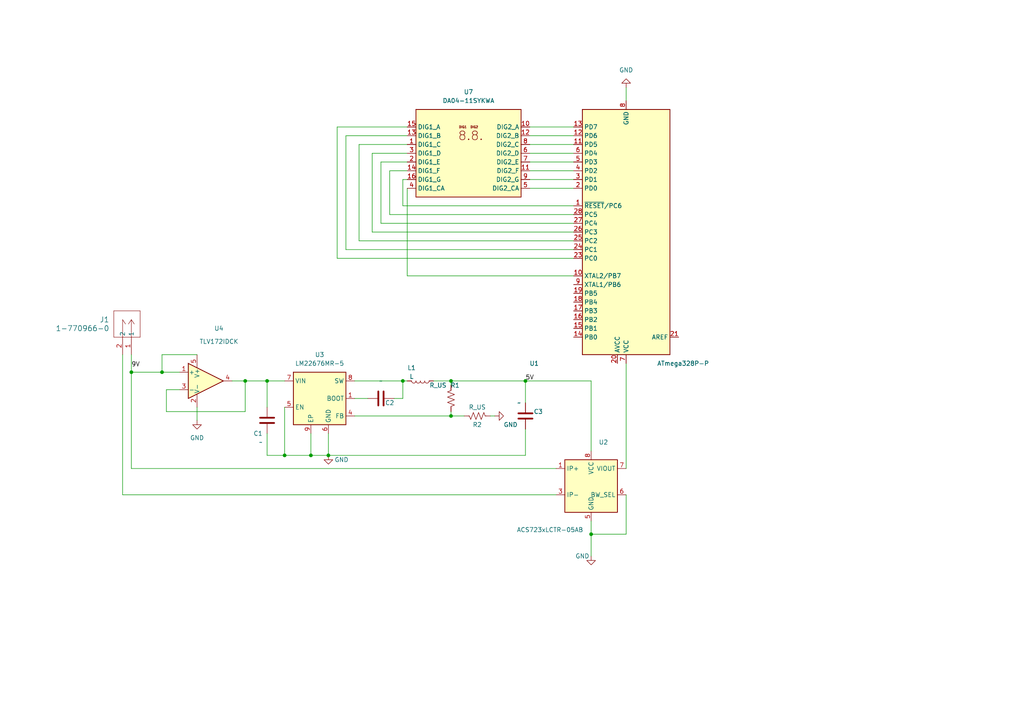
<source format=kicad_sch>
(kicad_sch (version 20230121) (generator eeschema)

  (uuid 33b27a4d-fe8c-43c5-a097-d3efe8d1b257)

  (paper "A4")

  (lib_symbols
    (symbol "2023-10-14_06-27-25:1-770966-0" (pin_names (offset 0.254)) (in_bom yes) (on_board yes)
      (property "Reference" "J" (at 8.89 6.35 0)
        (effects (font (size 1.524 1.524)))
      )
      (property "Value" "1-770966-0" (at 0 0 0)
        (effects (font (size 1.524 1.524)))
      )
      (property "Footprint" "CON2_1X2_P163_RAMNL_TYC" (at 0 0 0)
        (effects (font (size 1.27 1.27) italic) hide)
      )
      (property "Datasheet" "1-770966-0" (at 0 0 0)
        (effects (font (size 1.27 1.27) italic) hide)
      )
      (property "ki_locked" "" (at 0 0 0)
        (effects (font (size 1.27 1.27)))
      )
      (property "ki_keywords" "1-770966-0" (at 0 0 0)
        (effects (font (size 1.27 1.27)) hide)
      )
      (property "ki_fp_filters" "CON2_1X2_P163_RAMNL_TYC" (at 0 0 0)
        (effects (font (size 1.27 1.27)) hide)
      )
      (symbol "1-770966-0_1_1"
        (polyline
          (pts
            (xy 5.08 -5.08)
            (xy 12.7 -5.08)
          )
          (stroke (width 0.127) (type default))
          (fill (type none))
        )
        (polyline
          (pts
            (xy 5.08 2.54)
            (xy 5.08 -5.08)
          )
          (stroke (width 0.127) (type default))
          (fill (type none))
        )
        (polyline
          (pts
            (xy 10.16 -2.54)
            (xy 5.08 -2.54)
          )
          (stroke (width 0.127) (type default))
          (fill (type none))
        )
        (polyline
          (pts
            (xy 10.16 -2.54)
            (xy 8.89 -1.6933)
          )
          (stroke (width 0.127) (type default))
          (fill (type none))
        )
        (polyline
          (pts
            (xy 10.16 0)
            (xy 5.08 0)
          )
          (stroke (width 0.127) (type default))
          (fill (type none))
        )
        (polyline
          (pts
            (xy 10.16 0)
            (xy 8.89 -0.8467)
          )
          (stroke (width 0.127) (type default))
          (fill (type none))
        )
        (polyline
          (pts
            (xy 10.16 0)
            (xy 8.89 0.8467)
          )
          (stroke (width 0.127) (type default))
          (fill (type none))
        )
        (polyline
          (pts
            (xy 12.7 -5.08)
            (xy 12.7 2.54)
          )
          (stroke (width 0.127) (type default))
          (fill (type none))
        )
        (polyline
          (pts
            (xy 12.7 2.54)
            (xy 5.08 2.54)
          )
          (stroke (width 0.127) (type default))
          (fill (type none))
        )
        (pin unspecified line (at 0 0 0) (length 5.08)
          (name "1" (effects (font (size 1.27 1.27))))
          (number "1" (effects (font (size 1.27 1.27))))
        )
        (pin unspecified line (at 0 -2.54 0) (length 5.08)
          (name "2" (effects (font (size 1.27 1.27))))
          (number "2" (effects (font (size 1.27 1.27))))
        )
      )
      (symbol "1-770966-0_1_2"
        (polyline
          (pts
            (xy 5.08 -5.08)
            (xy 12.7 -5.08)
          )
          (stroke (width 0.127) (type default))
          (fill (type none))
        )
        (polyline
          (pts
            (xy 5.08 2.54)
            (xy 5.08 -5.08)
          )
          (stroke (width 0.127) (type default))
          (fill (type none))
        )
        (polyline
          (pts
            (xy 7.62 -2.54)
            (xy 5.08 -2.54)
          )
          (stroke (width 0.127) (type default))
          (fill (type none))
        )
        (polyline
          (pts
            (xy 7.62 -2.54)
            (xy 8.89 -3.3867)
          )
          (stroke (width 0.127) (type default))
          (fill (type none))
        )
        (polyline
          (pts
            (xy 7.62 -2.54)
            (xy 8.89 -1.6933)
          )
          (stroke (width 0.127) (type default))
          (fill (type none))
        )
        (polyline
          (pts
            (xy 7.62 0)
            (xy 5.08 0)
          )
          (stroke (width 0.127) (type default))
          (fill (type none))
        )
        (polyline
          (pts
            (xy 7.62 0)
            (xy 8.89 -0.8467)
          )
          (stroke (width 0.127) (type default))
          (fill (type none))
        )
        (polyline
          (pts
            (xy 7.62 0)
            (xy 8.89 0.8467)
          )
          (stroke (width 0.127) (type default))
          (fill (type none))
        )
        (polyline
          (pts
            (xy 12.7 -5.08)
            (xy 12.7 2.54)
          )
          (stroke (width 0.127) (type default))
          (fill (type none))
        )
        (polyline
          (pts
            (xy 12.7 2.54)
            (xy 5.08 2.54)
          )
          (stroke (width 0.127) (type default))
          (fill (type none))
        )
        (pin unspecified line (at 0 0 0) (length 5.08)
          (name "1" (effects (font (size 1.27 1.27))))
          (number "1" (effects (font (size 1.27 1.27))))
        )
        (pin unspecified line (at 0 -2.54 0) (length 5.08)
          (name "2" (effects (font (size 1.27 1.27))))
          (number "2" (effects (font (size 1.27 1.27))))
        )
      )
    )
    (symbol "Amplifier_Operational:TLV172IDCK" (pin_names (offset 0.127)) (in_bom yes) (on_board yes)
      (property "Reference" "U" (at 7.62 2.54 0)
        (effects (font (size 1.27 1.27)))
      )
      (property "Value" "TLV172IDCK" (at 11.43 -2.54 0)
        (effects (font (size 1.27 1.27)))
      )
      (property "Footprint" "Package_TO_SOT_SMD:SOT-353_SC-70-5" (at 5.08 0 0)
        (effects (font (size 1.27 1.27)) hide)
      )
      (property "Datasheet" "http://www.ti.com/lit/ds/symlink/tlv172.pdf" (at 0 0 0)
        (effects (font (size 1.27 1.27)) hide)
      )
      (property "ki_keywords" "op amp operational amplifier" (at 0 0 0)
        (effects (font (size 1.27 1.27)) hide)
      )
      (property "ki_description" "Low-power Operational Amplifier, SOT-353" (at 0 0 0)
        (effects (font (size 1.27 1.27)) hide)
      )
      (property "ki_fp_filters" "SOT*353*SC*70*" (at 0 0 0)
        (effects (font (size 1.27 1.27)) hide)
      )
      (symbol "TLV172IDCK_0_1"
        (polyline
          (pts
            (xy -2.54 5.08)
            (xy -2.54 -5.08)
            (xy 7.62 0)
            (xy -2.54 5.08)
          )
          (stroke (width 0.254) (type default))
          (fill (type background))
        )
      )
      (symbol "TLV172IDCK_1_1"
        (pin input line (at -5.08 2.54 0) (length 2.54)
          (name "+" (effects (font (size 1.27 1.27))))
          (number "1" (effects (font (size 1.27 1.27))))
        )
        (pin power_in line (at 0 -7.62 90) (length 3.81)
          (name "V-" (effects (font (size 1.27 1.27))))
          (number "2" (effects (font (size 1.27 1.27))))
        )
        (pin input line (at -5.08 -2.54 0) (length 2.54)
          (name "-" (effects (font (size 1.27 1.27))))
          (number "3" (effects (font (size 1.27 1.27))))
        )
        (pin output line (at 10.16 0 180) (length 2.54)
          (name "~" (effects (font (size 1.27 1.27))))
          (number "4" (effects (font (size 1.27 1.27))))
        )
        (pin power_in line (at 0 7.62 270) (length 3.81)
          (name "V+" (effects (font (size 1.27 1.27))))
          (number "5" (effects (font (size 1.27 1.27))))
        )
      )
    )
    (symbol "Device:C" (pin_numbers hide) (pin_names (offset 0.254)) (in_bom yes) (on_board yes)
      (property "Reference" "C" (at 0.635 2.54 0)
        (effects (font (size 1.27 1.27)) (justify left))
      )
      (property "Value" "C" (at 0.635 -2.54 0)
        (effects (font (size 1.27 1.27)) (justify left))
      )
      (property "Footprint" "" (at 0.9652 -3.81 0)
        (effects (font (size 1.27 1.27)) hide)
      )
      (property "Datasheet" "~" (at 0 0 0)
        (effects (font (size 1.27 1.27)) hide)
      )
      (property "ki_keywords" "cap capacitor" (at 0 0 0)
        (effects (font (size 1.27 1.27)) hide)
      )
      (property "ki_description" "Unpolarized capacitor" (at 0 0 0)
        (effects (font (size 1.27 1.27)) hide)
      )
      (property "ki_fp_filters" "C_*" (at 0 0 0)
        (effects (font (size 1.27 1.27)) hide)
      )
      (symbol "C_0_1"
        (polyline
          (pts
            (xy -2.032 -0.762)
            (xy 2.032 -0.762)
          )
          (stroke (width 0.508) (type default))
          (fill (type none))
        )
        (polyline
          (pts
            (xy -2.032 0.762)
            (xy 2.032 0.762)
          )
          (stroke (width 0.508) (type default))
          (fill (type none))
        )
      )
      (symbol "C_1_1"
        (pin passive line (at 0 3.81 270) (length 2.794)
          (name "~" (effects (font (size 1.27 1.27))))
          (number "1" (effects (font (size 1.27 1.27))))
        )
        (pin passive line (at 0 -3.81 90) (length 2.794)
          (name "~" (effects (font (size 1.27 1.27))))
          (number "2" (effects (font (size 1.27 1.27))))
        )
      )
    )
    (symbol "Device:L" (pin_numbers hide) (pin_names (offset 1.016) hide) (in_bom yes) (on_board yes)
      (property "Reference" "L" (at -1.27 0 90)
        (effects (font (size 1.27 1.27)))
      )
      (property "Value" "L" (at 1.905 0 90)
        (effects (font (size 1.27 1.27)))
      )
      (property "Footprint" "" (at 0 0 0)
        (effects (font (size 1.27 1.27)) hide)
      )
      (property "Datasheet" "~" (at 0 0 0)
        (effects (font (size 1.27 1.27)) hide)
      )
      (property "ki_keywords" "inductor choke coil reactor magnetic" (at 0 0 0)
        (effects (font (size 1.27 1.27)) hide)
      )
      (property "ki_description" "Inductor" (at 0 0 0)
        (effects (font (size 1.27 1.27)) hide)
      )
      (property "ki_fp_filters" "Choke_* *Coil* Inductor_* L_*" (at 0 0 0)
        (effects (font (size 1.27 1.27)) hide)
      )
      (symbol "L_0_1"
        (arc (start 0 -2.54) (mid 0.6323 -1.905) (end 0 -1.27)
          (stroke (width 0) (type default))
          (fill (type none))
        )
        (arc (start 0 -1.27) (mid 0.6323 -0.635) (end 0 0)
          (stroke (width 0) (type default))
          (fill (type none))
        )
        (arc (start 0 0) (mid 0.6323 0.635) (end 0 1.27)
          (stroke (width 0) (type default))
          (fill (type none))
        )
        (arc (start 0 1.27) (mid 0.6323 1.905) (end 0 2.54)
          (stroke (width 0) (type default))
          (fill (type none))
        )
      )
      (symbol "L_1_1"
        (pin passive line (at 0 3.81 270) (length 1.27)
          (name "1" (effects (font (size 1.27 1.27))))
          (number "1" (effects (font (size 1.27 1.27))))
        )
        (pin passive line (at 0 -3.81 90) (length 1.27)
          (name "2" (effects (font (size 1.27 1.27))))
          (number "2" (effects (font (size 1.27 1.27))))
        )
      )
    )
    (symbol "Device:R_US" (pin_numbers hide) (pin_names (offset 0)) (in_bom yes) (on_board yes)
      (property "Reference" "R" (at 2.54 0 90)
        (effects (font (size 1.27 1.27)))
      )
      (property "Value" "R_US" (at -2.54 0 90)
        (effects (font (size 1.27 1.27)))
      )
      (property "Footprint" "" (at 1.016 -0.254 90)
        (effects (font (size 1.27 1.27)) hide)
      )
      (property "Datasheet" "~" (at 0 0 0)
        (effects (font (size 1.27 1.27)) hide)
      )
      (property "ki_keywords" "R res resistor" (at 0 0 0)
        (effects (font (size 1.27 1.27)) hide)
      )
      (property "ki_description" "Resistor, US symbol" (at 0 0 0)
        (effects (font (size 1.27 1.27)) hide)
      )
      (property "ki_fp_filters" "R_*" (at 0 0 0)
        (effects (font (size 1.27 1.27)) hide)
      )
      (symbol "R_US_0_1"
        (polyline
          (pts
            (xy 0 -2.286)
            (xy 0 -2.54)
          )
          (stroke (width 0) (type default))
          (fill (type none))
        )
        (polyline
          (pts
            (xy 0 2.286)
            (xy 0 2.54)
          )
          (stroke (width 0) (type default))
          (fill (type none))
        )
        (polyline
          (pts
            (xy 0 -0.762)
            (xy 1.016 -1.143)
            (xy 0 -1.524)
            (xy -1.016 -1.905)
            (xy 0 -2.286)
          )
          (stroke (width 0) (type default))
          (fill (type none))
        )
        (polyline
          (pts
            (xy 0 0.762)
            (xy 1.016 0.381)
            (xy 0 0)
            (xy -1.016 -0.381)
            (xy 0 -0.762)
          )
          (stroke (width 0) (type default))
          (fill (type none))
        )
        (polyline
          (pts
            (xy 0 2.286)
            (xy 1.016 1.905)
            (xy 0 1.524)
            (xy -1.016 1.143)
            (xy 0 0.762)
          )
          (stroke (width 0) (type default))
          (fill (type none))
        )
      )
      (symbol "R_US_1_1"
        (pin passive line (at 0 3.81 270) (length 1.27)
          (name "~" (effects (font (size 1.27 1.27))))
          (number "1" (effects (font (size 1.27 1.27))))
        )
        (pin passive line (at 0 -3.81 90) (length 1.27)
          (name "~" (effects (font (size 1.27 1.27))))
          (number "2" (effects (font (size 1.27 1.27))))
        )
      )
    )
    (symbol "Display_Character:DA04-11SYKWA" (in_bom yes) (on_board yes)
      (property "Reference" "U" (at -13.97 13.97 0)
        (effects (font (size 1.27 1.27)))
      )
      (property "Value" "DA04-11SYKWA" (at 13.97 13.97 0)
        (effects (font (size 1.27 1.27)) (justify right))
      )
      (property "Footprint" "Display_7Segment:DA04-11SYKWA" (at 0.635 -15.875 0)
        (effects (font (size 1.27 1.27)) hide)
      )
      (property "Datasheet" "http://www.kingbright.com/attachments/file/psearch/000/00/00/DA04-11SYKWA(Ver.6A).pdf" (at -3.048 -10.16 0)
        (effects (font (size 1.27 1.27)) hide)
      )
      (property "ki_keywords" "display LED 7-segment" (at 0 0 0)
        (effects (font (size 1.27 1.27)) hide)
      )
      (property "ki_description" "Double 7 segment super bright yellow LED common anode" (at 0 0 0)
        (effects (font (size 1.27 1.27)) hide)
      )
      (property "ki_fp_filters" "*DA04*11*" (at 0 0 0)
        (effects (font (size 1.27 1.27)) hide)
      )
      (symbol "DA04-11SYKWA_0_0"
        (text "8.8." (at 0.635 5.08 0)
          (effects (font (size 2.54 2.54)))
        )
        (text "DIG1" (at -1.651 7.62 0)
          (effects (font (size 0.635 0.635)))
        )
        (text "DIG2" (at 1.651 7.62 0)
          (effects (font (size 0.635 0.635)))
        )
      )
      (symbol "DA04-11SYKWA_0_1"
        (rectangle (start -15.24 12.7) (end 15.24 -12.7)
          (stroke (width 0.254) (type default))
          (fill (type background))
        )
      )
      (symbol "DA04-11SYKWA_1_1"
        (pin input line (at -17.78 2.54 0) (length 2.54)
          (name "DIG1_C" (effects (font (size 1.27 1.27))))
          (number "1" (effects (font (size 1.27 1.27))))
        )
        (pin input line (at 17.78 7.62 180) (length 2.54)
          (name "DIG2_A" (effects (font (size 1.27 1.27))))
          (number "10" (effects (font (size 1.27 1.27))))
        )
        (pin input line (at 17.78 -5.08 180) (length 2.54)
          (name "DIG2_F" (effects (font (size 1.27 1.27))))
          (number "11" (effects (font (size 1.27 1.27))))
        )
        (pin input line (at 17.78 5.08 180) (length 2.54)
          (name "DIG2_B" (effects (font (size 1.27 1.27))))
          (number "12" (effects (font (size 1.27 1.27))))
        )
        (pin input line (at -17.78 5.08 0) (length 2.54)
          (name "DIG1_B" (effects (font (size 1.27 1.27))))
          (number "13" (effects (font (size 1.27 1.27))))
        )
        (pin input line (at -17.78 -5.08 0) (length 2.54)
          (name "DIG1_F" (effects (font (size 1.27 1.27))))
          (number "14" (effects (font (size 1.27 1.27))))
        )
        (pin input line (at -17.78 7.62 0) (length 2.54)
          (name "DIG1_A" (effects (font (size 1.27 1.27))))
          (number "15" (effects (font (size 1.27 1.27))))
        )
        (pin input line (at -17.78 -7.62 0) (length 2.54)
          (name "DIG1_G" (effects (font (size 1.27 1.27))))
          (number "16" (effects (font (size 1.27 1.27))))
        )
        (pin input line (at -17.78 -2.54 0) (length 2.54)
          (name "DIG1_E" (effects (font (size 1.27 1.27))))
          (number "2" (effects (font (size 1.27 1.27))))
        )
        (pin input line (at -17.78 0 0) (length 2.54)
          (name "DIG1_D" (effects (font (size 1.27 1.27))))
          (number "3" (effects (font (size 1.27 1.27))))
        )
        (pin input line (at -17.78 -10.16 0) (length 2.54)
          (name "DIG1_CA" (effects (font (size 1.27 1.27))))
          (number "4" (effects (font (size 1.27 1.27))))
        )
        (pin input line (at 17.78 -10.16 180) (length 2.54)
          (name "DIG2_CA" (effects (font (size 1.27 1.27))))
          (number "5" (effects (font (size 1.27 1.27))))
        )
        (pin input line (at 17.78 0 180) (length 2.54)
          (name "DIG2_D" (effects (font (size 1.27 1.27))))
          (number "6" (effects (font (size 1.27 1.27))))
        )
        (pin input line (at 17.78 -2.54 180) (length 2.54)
          (name "DIG2_E" (effects (font (size 1.27 1.27))))
          (number "7" (effects (font (size 1.27 1.27))))
        )
        (pin input line (at 17.78 2.54 180) (length 2.54)
          (name "DIG2_C" (effects (font (size 1.27 1.27))))
          (number "8" (effects (font (size 1.27 1.27))))
        )
        (pin input line (at 17.78 -7.62 180) (length 2.54)
          (name "DIG2_G" (effects (font (size 1.27 1.27))))
          (number "9" (effects (font (size 1.27 1.27))))
        )
      )
    )
    (symbol "MCU_Microchip_ATmega:ATmega328P-P" (in_bom yes) (on_board yes)
      (property "Reference" "U" (at -12.7 36.83 0)
        (effects (font (size 1.27 1.27)) (justify left bottom))
      )
      (property "Value" "ATmega328P-P" (at 2.54 -36.83 0)
        (effects (font (size 1.27 1.27)) (justify left top))
      )
      (property "Footprint" "Package_DIP:DIP-28_W7.62mm" (at 0 0 0)
        (effects (font (size 1.27 1.27) italic) hide)
      )
      (property "Datasheet" "http://ww1.microchip.com/downloads/en/DeviceDoc/ATmega328_P%20AVR%20MCU%20with%20picoPower%20Technology%20Data%20Sheet%2040001984A.pdf" (at 0 0 0)
        (effects (font (size 1.27 1.27)) hide)
      )
      (property "ki_keywords" "AVR 8bit Microcontroller MegaAVR PicoPower" (at 0 0 0)
        (effects (font (size 1.27 1.27)) hide)
      )
      (property "ki_description" "20MHz, 32kB Flash, 2kB SRAM, 1kB EEPROM, DIP-28" (at 0 0 0)
        (effects (font (size 1.27 1.27)) hide)
      )
      (property "ki_fp_filters" "DIP*W7.62mm*" (at 0 0 0)
        (effects (font (size 1.27 1.27)) hide)
      )
      (symbol "ATmega328P-P_0_1"
        (rectangle (start -12.7 -35.56) (end 12.7 35.56)
          (stroke (width 0.254) (type default))
          (fill (type background))
        )
      )
      (symbol "ATmega328P-P_1_1"
        (pin bidirectional line (at 15.24 -7.62 180) (length 2.54)
          (name "~{RESET}/PC6" (effects (font (size 1.27 1.27))))
          (number "1" (effects (font (size 1.27 1.27))))
        )
        (pin bidirectional line (at 15.24 12.7 180) (length 2.54)
          (name "XTAL2/PB7" (effects (font (size 1.27 1.27))))
          (number "10" (effects (font (size 1.27 1.27))))
        )
        (pin bidirectional line (at 15.24 -25.4 180) (length 2.54)
          (name "PD5" (effects (font (size 1.27 1.27))))
          (number "11" (effects (font (size 1.27 1.27))))
        )
        (pin bidirectional line (at 15.24 -27.94 180) (length 2.54)
          (name "PD6" (effects (font (size 1.27 1.27))))
          (number "12" (effects (font (size 1.27 1.27))))
        )
        (pin bidirectional line (at 15.24 -30.48 180) (length 2.54)
          (name "PD7" (effects (font (size 1.27 1.27))))
          (number "13" (effects (font (size 1.27 1.27))))
        )
        (pin bidirectional line (at 15.24 30.48 180) (length 2.54)
          (name "PB0" (effects (font (size 1.27 1.27))))
          (number "14" (effects (font (size 1.27 1.27))))
        )
        (pin bidirectional line (at 15.24 27.94 180) (length 2.54)
          (name "PB1" (effects (font (size 1.27 1.27))))
          (number "15" (effects (font (size 1.27 1.27))))
        )
        (pin bidirectional line (at 15.24 25.4 180) (length 2.54)
          (name "PB2" (effects (font (size 1.27 1.27))))
          (number "16" (effects (font (size 1.27 1.27))))
        )
        (pin bidirectional line (at 15.24 22.86 180) (length 2.54)
          (name "PB3" (effects (font (size 1.27 1.27))))
          (number "17" (effects (font (size 1.27 1.27))))
        )
        (pin bidirectional line (at 15.24 20.32 180) (length 2.54)
          (name "PB4" (effects (font (size 1.27 1.27))))
          (number "18" (effects (font (size 1.27 1.27))))
        )
        (pin bidirectional line (at 15.24 17.78 180) (length 2.54)
          (name "PB5" (effects (font (size 1.27 1.27))))
          (number "19" (effects (font (size 1.27 1.27))))
        )
        (pin bidirectional line (at 15.24 -12.7 180) (length 2.54)
          (name "PD0" (effects (font (size 1.27 1.27))))
          (number "2" (effects (font (size 1.27 1.27))))
        )
        (pin power_in line (at 2.54 38.1 270) (length 2.54)
          (name "AVCC" (effects (font (size 1.27 1.27))))
          (number "20" (effects (font (size 1.27 1.27))))
        )
        (pin passive line (at -15.24 30.48 0) (length 2.54)
          (name "AREF" (effects (font (size 1.27 1.27))))
          (number "21" (effects (font (size 1.27 1.27))))
        )
        (pin passive line (at 0 -38.1 90) (length 2.54) hide
          (name "GND" (effects (font (size 1.27 1.27))))
          (number "22" (effects (font (size 1.27 1.27))))
        )
        (pin bidirectional line (at 15.24 7.62 180) (length 2.54)
          (name "PC0" (effects (font (size 1.27 1.27))))
          (number "23" (effects (font (size 1.27 1.27))))
        )
        (pin bidirectional line (at 15.24 5.08 180) (length 2.54)
          (name "PC1" (effects (font (size 1.27 1.27))))
          (number "24" (effects (font (size 1.27 1.27))))
        )
        (pin bidirectional line (at 15.24 2.54 180) (length 2.54)
          (name "PC2" (effects (font (size 1.27 1.27))))
          (number "25" (effects (font (size 1.27 1.27))))
        )
        (pin bidirectional line (at 15.24 0 180) (length 2.54)
          (name "PC3" (effects (font (size 1.27 1.27))))
          (number "26" (effects (font (size 1.27 1.27))))
        )
        (pin bidirectional line (at 15.24 -2.54 180) (length 2.54)
          (name "PC4" (effects (font (size 1.27 1.27))))
          (number "27" (effects (font (size 1.27 1.27))))
        )
        (pin bidirectional line (at 15.24 -5.08 180) (length 2.54)
          (name "PC5" (effects (font (size 1.27 1.27))))
          (number "28" (effects (font (size 1.27 1.27))))
        )
        (pin bidirectional line (at 15.24 -15.24 180) (length 2.54)
          (name "PD1" (effects (font (size 1.27 1.27))))
          (number "3" (effects (font (size 1.27 1.27))))
        )
        (pin bidirectional line (at 15.24 -17.78 180) (length 2.54)
          (name "PD2" (effects (font (size 1.27 1.27))))
          (number "4" (effects (font (size 1.27 1.27))))
        )
        (pin bidirectional line (at 15.24 -20.32 180) (length 2.54)
          (name "PD3" (effects (font (size 1.27 1.27))))
          (number "5" (effects (font (size 1.27 1.27))))
        )
        (pin bidirectional line (at 15.24 -22.86 180) (length 2.54)
          (name "PD4" (effects (font (size 1.27 1.27))))
          (number "6" (effects (font (size 1.27 1.27))))
        )
        (pin power_in line (at 0 38.1 270) (length 2.54)
          (name "VCC" (effects (font (size 1.27 1.27))))
          (number "7" (effects (font (size 1.27 1.27))))
        )
        (pin power_in line (at 0 -38.1 90) (length 2.54)
          (name "GND" (effects (font (size 1.27 1.27))))
          (number "8" (effects (font (size 1.27 1.27))))
        )
        (pin bidirectional line (at 15.24 15.24 180) (length 2.54)
          (name "XTAL1/PB6" (effects (font (size 1.27 1.27))))
          (number "9" (effects (font (size 1.27 1.27))))
        )
      )
    )
    (symbol "Regulator_Switching:LM22676MR-5" (in_bom yes) (on_board yes)
      (property "Reference" "U" (at -6.35 8.89 0)
        (effects (font (size 1.27 1.27)))
      )
      (property "Value" "LM22676MR-5" (at 5.08 8.89 0)
        (effects (font (size 1.27 1.27)))
      )
      (property "Footprint" "Package_SO:TI_SO-PowerPAD-8" (at 0 11.43 0)
        (effects (font (size 1.27 1.27)) hide)
      )
      (property "Datasheet" "http://www.ti.com/lit/ds/symlink/lm22676.pdf" (at 1.27 0 0)
        (effects (font (size 1.27 1.27)) hide)
      )
      (property "ki_keywords" "DC/DC Buck Converter 3A" (at 0 0 0)
        (effects (font (size 1.27 1.27)) hide)
      )
      (property "ki_description" "3A Step-Down Switching Voltage Regulater, 4.5-42V Input, 5V Output, 500kHz Switching Frequency, SOIC-8" (at 0 0 0)
        (effects (font (size 1.27 1.27)) hide)
      )
      (property "ki_fp_filters" "TI*SO*PowerPAD*" (at 0 0 0)
        (effects (font (size 1.27 1.27)) hide)
      )
      (symbol "LM22676MR-5_0_1"
        (rectangle (start -7.62 7.62) (end 7.62 -7.62)
          (stroke (width 0.254) (type default))
          (fill (type background))
        )
      )
      (symbol "LM22676MR-5_1_1"
        (pin input line (at 10.16 0 180) (length 2.54)
          (name "BOOT" (effects (font (size 1.27 1.27))))
          (number "1" (effects (font (size 1.27 1.27))))
        )
        (pin no_connect line (at -7.62 2.54 0) (length 2.54) hide
          (name "NC" (effects (font (size 1.27 1.27))))
          (number "2" (effects (font (size 1.27 1.27))))
        )
        (pin no_connect line (at -7.62 0 0) (length 2.54) hide
          (name "NC" (effects (font (size 1.27 1.27))))
          (number "3" (effects (font (size 1.27 1.27))))
        )
        (pin input line (at 10.16 -5.08 180) (length 2.54)
          (name "FB" (effects (font (size 1.27 1.27))))
          (number "4" (effects (font (size 1.27 1.27))))
        )
        (pin input line (at -10.16 -2.54 0) (length 2.54)
          (name "EN" (effects (font (size 1.27 1.27))))
          (number "5" (effects (font (size 1.27 1.27))))
        )
        (pin power_in line (at 2.54 -10.16 90) (length 2.54)
          (name "GND" (effects (font (size 1.27 1.27))))
          (number "6" (effects (font (size 1.27 1.27))))
        )
        (pin power_in line (at -10.16 5.08 0) (length 2.54)
          (name "VIN" (effects (font (size 1.27 1.27))))
          (number "7" (effects (font (size 1.27 1.27))))
        )
        (pin power_out line (at 10.16 5.08 180) (length 2.54)
          (name "SW" (effects (font (size 1.27 1.27))))
          (number "8" (effects (font (size 1.27 1.27))))
        )
        (pin power_in line (at -2.54 -10.16 90) (length 2.54)
          (name "EP" (effects (font (size 1.27 1.27))))
          (number "9" (effects (font (size 1.27 1.27))))
        )
      )
    )
    (symbol "Sensor_Current:ACS723xLCTR-05AB" (in_bom yes) (on_board yes)
      (property "Reference" "U" (at 2.54 11.43 0)
        (effects (font (size 1.27 1.27)) (justify left))
      )
      (property "Value" "ACS723xLCTR-05AB" (at 2.54 8.89 0)
        (effects (font (size 1.27 1.27)) (justify left))
      )
      (property "Footprint" "Package_SO:SOIC-8_3.9x4.9mm_P1.27mm" (at 2.54 -8.89 0)
        (effects (font (size 1.27 1.27) italic) (justify left) hide)
      )
      (property "Datasheet" "http://www.allegromicro.com/~/media/Files/Datasheets/ACS723-Datasheet.ashx?la=en" (at 0 0 0)
        (effects (font (size 1.27 1.27)) hide)
      )
      (property "ki_keywords" "hall effect current monitor sensor isolated" (at 0 0 0)
        (effects (font (size 1.27 1.27)) hide)
      )
      (property "ki_description" "±5A Bidirectional Hall-Effect Current Sensor, +5.0V supply, 400mV/A, SOIC-8" (at 0 0 0)
        (effects (font (size 1.27 1.27)) hide)
      )
      (property "ki_fp_filters" "SOIC*3.9x4.9mm*P1.27mm*" (at 0 0 0)
        (effects (font (size 1.27 1.27)) hide)
      )
      (symbol "ACS723xLCTR-05AB_0_1"
        (rectangle (start -7.62 7.62) (end 7.62 -7.62)
          (stroke (width 0.254) (type default))
          (fill (type background))
        )
      )
      (symbol "ACS723xLCTR-05AB_1_1"
        (pin passive line (at -10.16 5.08 0) (length 2.54)
          (name "IP+" (effects (font (size 1.27 1.27))))
          (number "1" (effects (font (size 1.27 1.27))))
        )
        (pin passive line (at -10.16 5.08 0) (length 2.54) hide
          (name "IP+" (effects (font (size 1.27 1.27))))
          (number "2" (effects (font (size 1.27 1.27))))
        )
        (pin passive line (at -10.16 -2.54 0) (length 2.54)
          (name "IP-" (effects (font (size 1.27 1.27))))
          (number "3" (effects (font (size 1.27 1.27))))
        )
        (pin passive line (at -10.16 -2.54 0) (length 2.54) hide
          (name "IP-" (effects (font (size 1.27 1.27))))
          (number "4" (effects (font (size 1.27 1.27))))
        )
        (pin power_in line (at 0 -10.16 90) (length 2.54)
          (name "GND" (effects (font (size 1.27 1.27))))
          (number "5" (effects (font (size 1.27 1.27))))
        )
        (pin input line (at 10.16 -2.54 180) (length 2.54)
          (name "BW_SEL" (effects (font (size 1.27 1.27))))
          (number "6" (effects (font (size 1.27 1.27))))
        )
        (pin output line (at 10.16 5.08 180) (length 2.54)
          (name "VIOUT" (effects (font (size 1.27 1.27))))
          (number "7" (effects (font (size 1.27 1.27))))
        )
        (pin power_in line (at 0 10.16 270) (length 2.54)
          (name "VCC" (effects (font (size 1.27 1.27))))
          (number "8" (effects (font (size 1.27 1.27))))
        )
      )
    )
    (symbol "power:GND" (power) (pin_names (offset 0)) (in_bom yes) (on_board yes)
      (property "Reference" "#PWR" (at 0 -6.35 0)
        (effects (font (size 1.27 1.27)) hide)
      )
      (property "Value" "GND" (at 0 -3.81 0)
        (effects (font (size 1.27 1.27)))
      )
      (property "Footprint" "" (at 0 0 0)
        (effects (font (size 1.27 1.27)) hide)
      )
      (property "Datasheet" "" (at 0 0 0)
        (effects (font (size 1.27 1.27)) hide)
      )
      (property "ki_keywords" "global power" (at 0 0 0)
        (effects (font (size 1.27 1.27)) hide)
      )
      (property "ki_description" "Power symbol creates a global label with name \"GND\" , ground" (at 0 0 0)
        (effects (font (size 1.27 1.27)) hide)
      )
      (symbol "GND_0_1"
        (polyline
          (pts
            (xy 0 0)
            (xy 0 -1.27)
            (xy 1.27 -1.27)
            (xy 0 -2.54)
            (xy -1.27 -1.27)
            (xy 0 -1.27)
          )
          (stroke (width 0) (type default))
          (fill (type none))
        )
      )
      (symbol "GND_1_1"
        (pin power_in line (at 0 0 270) (length 0) hide
          (name "GND" (effects (font (size 1.27 1.27))))
          (number "1" (effects (font (size 1.27 1.27))))
        )
      )
    )
  )

  (junction (at 171.45 154.94) (diameter 0) (color 0 0 0 0)
    (uuid 20cd14da-34fb-4d4f-96a5-fc406f662604)
  )
  (junction (at 95.25 132.08) (diameter 0) (color 0 0 0 0)
    (uuid 23cd2d7c-b965-4533-9a7b-36cd9cc23cec)
  )
  (junction (at 130.81 110.49) (diameter 0) (color 0 0 0 0)
    (uuid 40085a52-638a-4e4a-8f10-7c4a5fdfdd78)
  )
  (junction (at 77.47 110.49) (diameter 0) (color 0 0 0 0)
    (uuid 42d8925a-7864-41c4-adff-e8f2065bf296)
  )
  (junction (at 46.99 107.95) (diameter 0) (color 0 0 0 0)
    (uuid 688a8fc1-8b44-4e75-806c-a5a1e691dfad)
  )
  (junction (at 90.17 132.08) (diameter 0) (color 0 0 0 0)
    (uuid 961c316e-0da8-48a8-a9b4-8686265619eb)
  )
  (junction (at 71.12 110.49) (diameter 0) (color 0 0 0 0)
    (uuid 9b775b1a-3757-42be-ad72-2efeef48722e)
  )
  (junction (at 152.4 110.49) (diameter 0) (color 0 0 0 0)
    (uuid b723bc6b-83f8-41d5-bf83-f54962ec0227)
  )
  (junction (at 38.1 107.95) (diameter 0) (color 0 0 0 0)
    (uuid d4b284b6-bd39-45f5-a625-35957be7afdd)
  )
  (junction (at 82.55 132.08) (diameter 0) (color 0 0 0 0)
    (uuid ed51cf62-fd36-4ee5-a380-28ed8fcdce73)
  )
  (junction (at 130.81 120.65) (diameter 0) (color 0 0 0 0)
    (uuid f352ef0c-b335-4ea7-b23d-28e1bf0b0670)
  )
  (junction (at 116.84 110.49) (diameter 0) (color 0 0 0 0)
    (uuid ffcf22e3-6718-4fd9-83ac-938b4ad1c833)
  )

  (wire (pts (xy 118.11 41.91) (xy 104.14 41.91))
    (stroke (width 0) (type default))
    (uuid 047c8ade-b77d-47a2-a6a0-36d9f065822a)
  )
  (wire (pts (xy 82.55 118.11) (xy 82.55 132.08))
    (stroke (width 0) (type default))
    (uuid 07720326-1b2b-479e-8bb8-4d86f1559056)
  )
  (wire (pts (xy 46.99 102.87) (xy 46.99 107.95))
    (stroke (width 0) (type default))
    (uuid 094ed096-6269-4297-b452-bea6b0028a2e)
  )
  (wire (pts (xy 100.33 72.39) (xy 166.37 72.39))
    (stroke (width 0) (type default))
    (uuid 0974ad9b-48b1-47c2-91f8-8720ba040b07)
  )
  (wire (pts (xy 107.95 44.45) (xy 107.95 67.31))
    (stroke (width 0) (type default))
    (uuid 0c79fd48-eb97-4ad5-97d6-0eb51969ee8b)
  )
  (wire (pts (xy 118.11 54.61) (xy 118.11 80.01))
    (stroke (width 0) (type default))
    (uuid 0e05f89d-a5f3-4d6c-b808-ab535f911550)
  )
  (wire (pts (xy 171.45 110.49) (xy 171.45 130.81))
    (stroke (width 0) (type default))
    (uuid 13fc410a-aac1-4fb7-9fbb-52b05a78dd3d)
  )
  (wire (pts (xy 118.11 52.07) (xy 116.84 52.07))
    (stroke (width 0) (type default))
    (uuid 14c1b77c-9375-402f-9f89-62dbb9540e15)
  )
  (wire (pts (xy 114.3 115.57) (xy 116.84 115.57))
    (stroke (width 0) (type default))
    (uuid 17d500d7-fd86-4199-9391-f954a60bf898)
  )
  (wire (pts (xy 118.11 36.83) (xy 97.79 36.83))
    (stroke (width 0) (type default))
    (uuid 1b47a819-e548-4cd6-9bac-24038996622b)
  )
  (wire (pts (xy 166.37 49.53) (xy 153.67 49.53))
    (stroke (width 0) (type default))
    (uuid 1b7d7236-6f39-46cf-b56f-c9af0e7ff776)
  )
  (wire (pts (xy 97.79 36.83) (xy 97.79 74.93))
    (stroke (width 0) (type default))
    (uuid 1c79fa60-54b3-4aff-b29a-f9e68b3c150a)
  )
  (wire (pts (xy 118.11 49.53) (xy 113.03 49.53))
    (stroke (width 0) (type default))
    (uuid 1d25bbb9-a87d-4bd5-be21-0aa3836c9f31)
  )
  (wire (pts (xy 152.4 132.08) (xy 95.25 132.08))
    (stroke (width 0) (type default))
    (uuid 1fc09828-9d21-44c3-9df7-289da6cbb11a)
  )
  (wire (pts (xy 116.84 110.49) (xy 102.87 110.49))
    (stroke (width 0) (type default))
    (uuid 2c1b2607-70c2-47ea-a82c-d78a34fcfdec)
  )
  (wire (pts (xy 166.37 69.85) (xy 104.14 69.85))
    (stroke (width 0) (type default))
    (uuid 2de945f0-eec8-48c0-a7bc-02fbe20674eb)
  )
  (wire (pts (xy 166.37 39.37) (xy 153.67 39.37))
    (stroke (width 0) (type default))
    (uuid 2f7dfb0a-4219-41a4-a00e-6d4ce94f9237)
  )
  (wire (pts (xy 171.45 110.49) (xy 152.4 110.49))
    (stroke (width 0) (type default))
    (uuid 37b89ad3-9d12-41b5-a7ba-defbcb1acb8f)
  )
  (wire (pts (xy 110.49 46.99) (xy 110.49 64.77))
    (stroke (width 0) (type default))
    (uuid 52def508-7fb0-461e-919a-6c2deaf2c5f6)
  )
  (wire (pts (xy 90.17 125.73) (xy 90.17 132.08))
    (stroke (width 0) (type default))
    (uuid 5a76838c-2fc0-40ac-9e8b-e0719462ebfc)
  )
  (wire (pts (xy 166.37 52.07) (xy 153.67 52.07))
    (stroke (width 0) (type default))
    (uuid 5ce5d1c3-c02d-4f93-a828-5c2166645886)
  )
  (wire (pts (xy 152.4 110.49) (xy 130.81 110.49))
    (stroke (width 0) (type default))
    (uuid 600b57b2-bdc4-46a3-b70e-e0e19d026330)
  )
  (wire (pts (xy 181.61 143.51) (xy 181.61 154.94))
    (stroke (width 0) (type default))
    (uuid 610625f7-2d0d-4cf2-9b7d-b7dc377563eb)
  )
  (wire (pts (xy 38.1 102.87) (xy 38.1 107.95))
    (stroke (width 0) (type default))
    (uuid 62856715-9434-4549-971c-15d6716388d5)
  )
  (wire (pts (xy 106.68 115.57) (xy 102.87 115.57))
    (stroke (width 0) (type default))
    (uuid 62f7b42c-3b87-47f9-ae02-779a5b67d44d)
  )
  (wire (pts (xy 48.26 113.03) (xy 48.26 119.38))
    (stroke (width 0) (type default))
    (uuid 63b9b904-b53c-46c2-8489-d31aae46bb84)
  )
  (wire (pts (xy 166.37 46.99) (xy 153.67 46.99))
    (stroke (width 0) (type default))
    (uuid 64857c4e-9dc1-4507-9c82-13d30192fa97)
  )
  (wire (pts (xy 166.37 67.31) (xy 107.95 67.31))
    (stroke (width 0) (type default))
    (uuid 65c5442c-289c-4943-8368-38b3df96df0c)
  )
  (wire (pts (xy 38.1 107.95) (xy 46.99 107.95))
    (stroke (width 0) (type default))
    (uuid 68ed1e2b-dd2e-4a1f-87f6-4f1a35597ab1)
  )
  (wire (pts (xy 90.17 132.08) (xy 95.25 132.08))
    (stroke (width 0) (type default))
    (uuid 6d5cbe37-e46e-4b04-918d-b3c6e4f47d43)
  )
  (wire (pts (xy 130.81 119.38) (xy 130.81 120.65))
    (stroke (width 0) (type default))
    (uuid 6ef071dc-048c-40c5-b192-4d72c9165500)
  )
  (wire (pts (xy 48.26 119.38) (xy 71.12 119.38))
    (stroke (width 0) (type default))
    (uuid 73d3b616-d7ed-4b63-953d-9e8ca945dc7d)
  )
  (wire (pts (xy 152.4 132.08) (xy 152.4 124.46))
    (stroke (width 0) (type default))
    (uuid 7c519ddb-6284-4a4c-996d-b11a3ec35db4)
  )
  (wire (pts (xy 130.81 110.49) (xy 125.73 110.49))
    (stroke (width 0) (type default))
    (uuid 7cae445e-2be8-4fc0-87a0-33e1c006cdd0)
  )
  (wire (pts (xy 113.03 49.53) (xy 113.03 62.23))
    (stroke (width 0) (type default))
    (uuid 82927fde-9290-4128-a933-f94d9f3fbc6e)
  )
  (wire (pts (xy 110.49 64.77) (xy 166.37 64.77))
    (stroke (width 0) (type default))
    (uuid 8321007e-b3b2-47b0-b93e-8db2071bfaa4)
  )
  (wire (pts (xy 166.37 44.45) (xy 153.67 44.45))
    (stroke (width 0) (type default))
    (uuid 84f16e3e-49fe-446d-88a8-1b43ef49148d)
  )
  (wire (pts (xy 77.47 110.49) (xy 77.47 118.11))
    (stroke (width 0) (type default))
    (uuid 8b5d012f-a797-47b0-932d-4831a6d33e3d)
  )
  (wire (pts (xy 166.37 41.91) (xy 153.67 41.91))
    (stroke (width 0) (type default))
    (uuid 8cb1af7b-2f64-4e64-9712-9ba2e73914d0)
  )
  (wire (pts (xy 171.45 151.13) (xy 171.45 154.94))
    (stroke (width 0) (type default))
    (uuid 8dddfd96-a1a4-46d4-b427-cd76311d6453)
  )
  (wire (pts (xy 161.29 135.89) (xy 38.1 135.89))
    (stroke (width 0) (type default))
    (uuid 90d465ff-d497-45db-b5b4-1dd716607fab)
  )
  (wire (pts (xy 118.11 39.37) (xy 100.33 39.37))
    (stroke (width 0) (type default))
    (uuid 94ff4a57-3380-4f8c-81a0-0a9e1a449842)
  )
  (wire (pts (xy 104.14 41.91) (xy 104.14 69.85))
    (stroke (width 0) (type default))
    (uuid 95159a53-da93-4420-9b4a-2c69fac92235)
  )
  (wire (pts (xy 118.11 44.45) (xy 107.95 44.45))
    (stroke (width 0) (type default))
    (uuid 955fa358-764a-4039-948e-b99b8f641cf0)
  )
  (wire (pts (xy 166.37 54.61) (xy 153.67 54.61))
    (stroke (width 0) (type default))
    (uuid 96672378-f578-447d-a818-d99960b3716d)
  )
  (wire (pts (xy 152.4 110.49) (xy 152.4 116.84))
    (stroke (width 0) (type default))
    (uuid 968851c6-f394-4bee-8e4f-eaf0544dc6c5)
  )
  (wire (pts (xy 118.11 46.99) (xy 110.49 46.99))
    (stroke (width 0) (type default))
    (uuid 9f369a6e-f612-4fc3-8055-80051b2bde31)
  )
  (wire (pts (xy 82.55 132.08) (xy 77.47 132.08))
    (stroke (width 0) (type default))
    (uuid a064b273-7d4e-4e57-9d90-db6b02ddd3ea)
  )
  (wire (pts (xy 100.33 39.37) (xy 100.33 72.39))
    (stroke (width 0) (type default))
    (uuid a35764e2-3d58-44e9-8b26-fd08e02d5766)
  )
  (wire (pts (xy 171.45 154.94) (xy 171.45 161.29))
    (stroke (width 0) (type default))
    (uuid a5108371-55c9-4bb2-b9f4-4856326b46f4)
  )
  (wire (pts (xy 161.29 143.51) (xy 35.56 143.51))
    (stroke (width 0) (type default))
    (uuid a569b428-8b22-492a-9dd9-1b827a0820af)
  )
  (wire (pts (xy 38.1 135.89) (xy 38.1 107.95))
    (stroke (width 0) (type default))
    (uuid a732d8b1-f889-4146-999b-a85fd0f3cd0f)
  )
  (wire (pts (xy 130.81 120.65) (xy 102.87 120.65))
    (stroke (width 0) (type default))
    (uuid ab8eeb23-5299-48cc-bb92-fe8971c6a482)
  )
  (wire (pts (xy 35.56 102.87) (xy 35.56 143.51))
    (stroke (width 0) (type default))
    (uuid ac02cc54-5026-4b1a-a0d4-ad39d0f864bf)
  )
  (wire (pts (xy 97.79 74.93) (xy 166.37 74.93))
    (stroke (width 0) (type default))
    (uuid ad8e8381-60bc-4375-ae4b-e578feba58d7)
  )
  (wire (pts (xy 181.61 135.89) (xy 181.61 105.41))
    (stroke (width 0) (type default))
    (uuid b214f2ad-4caf-4de2-9294-24f97ccafd00)
  )
  (wire (pts (xy 166.37 36.83) (xy 153.67 36.83))
    (stroke (width 0) (type default))
    (uuid b37b3c4f-d54f-4afe-9b2c-d4538d8053e7)
  )
  (wire (pts (xy 71.12 119.38) (xy 71.12 110.49))
    (stroke (width 0) (type default))
    (uuid b94b156c-3a8d-45c3-a459-077c4f3abb8f)
  )
  (wire (pts (xy 57.15 118.11) (xy 57.15 121.92))
    (stroke (width 0) (type default))
    (uuid bb57d9e9-5232-4bf3-b01f-1f17e4c76987)
  )
  (wire (pts (xy 52.07 107.95) (xy 46.99 107.95))
    (stroke (width 0) (type default))
    (uuid c0e5f116-c275-4247-b046-a8a41ddf3636)
  )
  (wire (pts (xy 181.61 154.94) (xy 171.45 154.94))
    (stroke (width 0) (type default))
    (uuid c12a9622-dcdf-45b9-b421-8154b690f7df)
  )
  (wire (pts (xy 116.84 59.69) (xy 166.37 59.69))
    (stroke (width 0) (type default))
    (uuid cf26ee20-5f0c-41d5-96dc-50cdb04caf69)
  )
  (wire (pts (xy 130.81 110.49) (xy 130.81 111.76))
    (stroke (width 0) (type default))
    (uuid d00a9f8d-e985-4347-9be2-8c685bf9927d)
  )
  (wire (pts (xy 181.61 25.4) (xy 181.61 29.21))
    (stroke (width 0) (type default))
    (uuid d17539e6-8c83-44fc-8d30-4a0e396fd123)
  )
  (wire (pts (xy 95.25 125.73) (xy 95.25 132.08))
    (stroke (width 0) (type default))
    (uuid dc373069-8fc3-4bec-a360-678409fe9033)
  )
  (wire (pts (xy 116.84 115.57) (xy 116.84 110.49))
    (stroke (width 0) (type default))
    (uuid e27b9624-191e-48e9-8d65-c6c7723acf56)
  )
  (wire (pts (xy 57.15 102.87) (xy 46.99 102.87))
    (stroke (width 0) (type default))
    (uuid e78087e0-ea7b-45a8-bd01-c3213fc41eda)
  )
  (wire (pts (xy 52.07 113.03) (xy 48.26 113.03))
    (stroke (width 0) (type default))
    (uuid ed683b4c-9712-4add-aa8d-cff432320adb)
  )
  (wire (pts (xy 77.47 110.49) (xy 71.12 110.49))
    (stroke (width 0) (type default))
    (uuid efc6f2f7-f24d-4a22-aec5-fd806772fb31)
  )
  (wire (pts (xy 134.62 120.65) (xy 130.81 120.65))
    (stroke (width 0) (type default))
    (uuid f0d5e481-6522-40f7-b501-05a0dfcf5974)
  )
  (wire (pts (xy 118.11 110.49) (xy 116.84 110.49))
    (stroke (width 0) (type default))
    (uuid f2095bbe-6936-49b1-8ab4-f743a36836a1)
  )
  (wire (pts (xy 90.17 132.08) (xy 82.55 132.08))
    (stroke (width 0) (type default))
    (uuid f26c5cff-aa47-4ee9-8e12-d0ddc1a73d8b)
  )
  (wire (pts (xy 116.84 52.07) (xy 116.84 59.69))
    (stroke (width 0) (type default))
    (uuid f2b60fbc-1ec8-4073-b2b9-96464d382d05)
  )
  (wire (pts (xy 143.51 120.65) (xy 142.24 120.65))
    (stroke (width 0) (type default))
    (uuid f641ca92-348d-4b4c-8f15-d367b73c2281)
  )
  (wire (pts (xy 118.11 80.01) (xy 166.37 80.01))
    (stroke (width 0) (type default))
    (uuid f7f0dd02-c50b-4f5b-afaa-1511ad277d1b)
  )
  (wire (pts (xy 113.03 62.23) (xy 166.37 62.23))
    (stroke (width 0) (type default))
    (uuid f961386b-c0fa-4907-8d38-76798e5c6a1c)
  )
  (wire (pts (xy 71.12 110.49) (xy 67.31 110.49))
    (stroke (width 0) (type default))
    (uuid fc2e3832-a8b8-436c-aecf-16474ca7bcbe)
  )
  (wire (pts (xy 77.47 125.73) (xy 77.47 132.08))
    (stroke (width 0) (type default))
    (uuid fc80f4e9-a98d-4a61-99bb-3a0ac271e802)
  )
  (wire (pts (xy 82.55 110.49) (xy 77.47 110.49))
    (stroke (width 0) (type default))
    (uuid ff72367f-4abc-460a-a68a-637545b4b41c)
  )

  (label "9V" (at 38.1 106.68 0) (fields_autoplaced)
    (effects (font (size 1.27 1.27)) (justify left bottom))
    (uuid 5d76335e-be01-495c-8a50-de09a975fa53)
  )
  (label "5V" (at 152.4 110.49 0) (fields_autoplaced)
    (effects (font (size 1.27 1.27)) (justify left bottom))
    (uuid d34836b4-5975-4166-93e3-7695566a7312)
  )

  (symbol (lib_id "MCU_Microchip_ATmega:ATmega328P-P") (at 181.61 67.31 180) (unit 1)
    (in_bom yes) (on_board yes) (dnp no)
    (uuid 05516125-8449-4096-9f07-16899388150e)
    (property "Reference" "U1" (at 154.94 105.41 0)
      (effects (font (size 1.27 1.27)))
    )
    (property "Value" "ATmega328P-P" (at 198.12 105.41 0)
      (effects (font (size 1.27 1.27)))
    )
    (property "Footprint" "Package_DIP:DIP-28_W7.62mm" (at 181.61 67.31 0)
      (effects (font (size 1.27 1.27) italic) hide)
    )
    (property "Datasheet" "http://ww1.microchip.com/downloads/en/DeviceDoc/ATmega328_P%20AVR%20MCU%20with%20picoPower%20Technology%20Data%20Sheet%2040001984A.pdf" (at 181.61 67.31 0)
      (effects (font (size 1.27 1.27)) hide)
    )
    (pin "1" (uuid c6e4fa77-d014-4d3b-a3db-5e2f4b7a7330))
    (pin "10" (uuid 4df8c1af-a963-4c92-8549-405d09f9d3c9))
    (pin "11" (uuid b7ccb6d3-a481-4075-a335-aa20fd65b33c))
    (pin "12" (uuid 28ebc6a5-e9af-49e5-af79-5a3f5f136f59))
    (pin "13" (uuid 70e43f65-c636-4a12-97c6-190285a1df4f))
    (pin "14" (uuid 775a4475-9c2f-4a29-9acd-805eea7fdc3f))
    (pin "15" (uuid 324923cc-0c41-4e54-9294-e2a819af8002))
    (pin "16" (uuid 9d27d9fb-96d1-4b3b-a1aa-5dc248522c87))
    (pin "17" (uuid e5ef7d8a-3e24-49ab-b33c-5d0215447141))
    (pin "18" (uuid ce148638-2949-4261-aaa9-ea0deb672d87))
    (pin "19" (uuid 0e6fc8ee-2c5f-4393-842a-3e538e9b96c1))
    (pin "2" (uuid 5e2984ae-7314-4268-9030-ca187d9972ef))
    (pin "20" (uuid 89408f6a-0c1c-41c5-9d5a-7915c5a509f9))
    (pin "21" (uuid 7dbdde77-0670-477d-a03e-f3a439b140ef))
    (pin "22" (uuid d9080bc3-06eb-436a-b34c-29c4bfbd20aa))
    (pin "23" (uuid 0bd876d4-d5a2-45c6-90e5-0f107a31916e))
    (pin "24" (uuid 1992f115-8a38-4923-b58e-2773c3bb3f36))
    (pin "25" (uuid d1a52f19-0e08-4b4b-aac5-05db7e9298f7))
    (pin "26" (uuid f8377db8-6489-4b3a-90e6-cc5de1fe93d3))
    (pin "27" (uuid acfc7e9f-5753-4abf-b7c0-add4bce008e9))
    (pin "28" (uuid adf3d0eb-8646-47bd-81cf-e94426ad5ce9))
    (pin "3" (uuid d0d6bccf-44bb-4d42-a1e7-438fce85fa87))
    (pin "4" (uuid a7ea573c-a42a-4fe3-9dbd-cb386c1d6940))
    (pin "5" (uuid a75bb3c9-38f9-4e49-8bd5-55b9377c4e7b))
    (pin "6" (uuid 42c4b88c-e2f5-4fd5-84d6-76c971e834fd))
    (pin "7" (uuid b02d58d3-baa7-499d-9a40-e7890f857164))
    (pin "8" (uuid 0d591f81-8186-4f38-9ba4-086fbbae2eec))
    (pin "9" (uuid b8a515a2-775d-4c05-840c-a7d9ff1410d0))
    (instances
      (project "aa"
        (path "/33b27a4d-fe8c-43c5-a097-d3efe8d1b257"
          (reference "U1") (unit 1)
        )
      )
    )
  )

  (symbol (lib_id "Sensor_Current:ACS723xLCTR-05AB") (at 171.45 140.97 0) (unit 1)
    (in_bom yes) (on_board yes) (dnp no)
    (uuid 084beaff-78ca-4280-bcf9-4da9e253aec4)
    (property "Reference" "U2" (at 173.6441 128.27 0)
      (effects (font (size 1.27 1.27)) (justify left))
    )
    (property "Value" "ACS723xLCTR-05AB" (at 149.86 153.67 0)
      (effects (font (size 1.27 1.27)) (justify left))
    )
    (property "Footprint" "Package_SO:SOIC-8_3.9x4.9mm_P1.27mm" (at 173.99 149.86 0)
      (effects (font (size 1.27 1.27) italic) (justify left) hide)
    )
    (property "Datasheet" "http://www.allegromicro.com/~/media/Files/Datasheets/ACS723-Datasheet.ashx?la=en" (at 171.45 140.97 0)
      (effects (font (size 1.27 1.27)) hide)
    )
    (pin "1" (uuid 6cdc0238-6d7e-412e-9f08-de0b82542109))
    (pin "2" (uuid 45361ccf-5551-497a-a043-ddf380059cc5))
    (pin "3" (uuid d4494093-d9e3-447c-9c98-cd63918d752f))
    (pin "4" (uuid 46bdccd8-1306-4a98-a922-4c325978cf77))
    (pin "5" (uuid f081d903-7d8f-4180-a8f8-622d832668d2))
    (pin "6" (uuid 4f2b3ee3-02d4-4b62-ba22-68b9f12bc7b4))
    (pin "7" (uuid 4a8cf241-cc92-41f8-853e-38bce71ed847))
    (pin "8" (uuid 4614de76-d37a-4d8a-9371-2d95890acd16))
    (instances
      (project "aa"
        (path "/33b27a4d-fe8c-43c5-a097-d3efe8d1b257"
          (reference "U2") (unit 1)
        )
      )
    )
  )

  (symbol (lib_id "Device:R_US") (at 138.43 120.65 270) (mirror x) (unit 1)
    (in_bom yes) (on_board yes) (dnp no)
    (uuid 126d56ce-7ced-4127-ada5-0e7a99ffa3f1)
    (property "Reference" "R2" (at 138.43 123.19 90)
      (effects (font (size 1.27 1.27)))
    )
    (property "Value" "R_US" (at 138.43 118.11 90)
      (effects (font (size 1.27 1.27)))
    )
    (property "Footprint" "" (at 138.176 119.634 90)
      (effects (font (size 1.27 1.27)) hide)
    )
    (property "Datasheet" "~" (at 138.43 120.65 0)
      (effects (font (size 1.27 1.27)) hide)
    )
    (pin "1" (uuid eb099122-0abc-47d8-8e07-8b6a5a12d28d))
    (pin "2" (uuid 3033ccd2-4887-4188-a7c3-7ba4dd240af5))
    (instances
      (project "aa"
        (path "/33b27a4d-fe8c-43c5-a097-d3efe8d1b257"
          (reference "R2") (unit 1)
        )
      )
    )
  )

  (symbol (lib_id "Device:C") (at 77.47 121.92 0) (mirror y) (unit 1)
    (in_bom yes) (on_board yes) (dnp no)
    (uuid 1c20278f-68d2-42a3-96c6-ad46ad82b21d)
    (property "Reference" "C2" (at 76.2 125.73 0)
      (effects (font (size 1.27 1.27)) (justify left))
    )
    (property "Value" "~" (at 76.2 128.27 0)
      (effects (font (size 1.27 1.27)) (justify left))
    )
    (property "Footprint" "" (at 76.5048 125.73 0)
      (effects (font (size 1.27 1.27)) hide)
    )
    (property "Datasheet" "~" (at 77.47 121.92 0)
      (effects (font (size 1.27 1.27)) hide)
    )
    (pin "1" (uuid fd8295b9-648c-41ce-bbea-60ae4ad06907))
    (pin "2" (uuid 27f4ca1e-8676-4206-8e66-f71e97bddce4))
    (instances
      (project "September9"
        (path "/2a166632-6dfc-4702-b41b-15793c28a62c"
          (reference "C2") (unit 1)
        )
      )
      (project "aa"
        (path "/33b27a4d-fe8c-43c5-a097-d3efe8d1b257"
          (reference "C1") (unit 1)
        )
      )
    )
  )

  (symbol (lib_id "power:GND") (at 57.15 121.92 0) (mirror y) (unit 1)
    (in_bom yes) (on_board yes) (dnp no) (fields_autoplaced)
    (uuid 1c8c87d8-09f7-42bc-9778-732a0318ca97)
    (property "Reference" "#PWR05" (at 57.15 128.27 0)
      (effects (font (size 1.27 1.27)) hide)
    )
    (property "Value" "GND" (at 57.15 127 0)
      (effects (font (size 1.27 1.27)))
    )
    (property "Footprint" "" (at 57.15 121.92 0)
      (effects (font (size 1.27 1.27)) hide)
    )
    (property "Datasheet" "" (at 57.15 121.92 0)
      (effects (font (size 1.27 1.27)) hide)
    )
    (pin "1" (uuid 630482ce-0ab8-412f-a60b-b8ff84cbfcbc))
    (instances
      (project "aa"
        (path "/33b27a4d-fe8c-43c5-a097-d3efe8d1b257"
          (reference "#PWR05") (unit 1)
        )
      )
    )
  )

  (symbol (lib_id "Display_Character:DA04-11SYKWA") (at 135.89 44.45 0) (unit 1)
    (in_bom yes) (on_board yes) (dnp no)
    (uuid 376e176c-47e4-4c52-8ae3-05537961d3cf)
    (property "Reference" "U7" (at 135.89 26.67 0)
      (effects (font (size 1.27 1.27)))
    )
    (property "Value" "DA04-11SYKWA" (at 135.89 29.21 0)
      (effects (font (size 1.27 1.27)))
    )
    (property "Footprint" "Display_7Segment:DA04-11SYKWA" (at 136.525 60.325 0)
      (effects (font (size 1.27 1.27)) hide)
    )
    (property "Datasheet" "http://www.kingbright.com/attachments/file/psearch/000/00/00/DA04-11SYKWA(Ver.6A).pdf" (at 132.842 54.61 0)
      (effects (font (size 1.27 1.27)) hide)
    )
    (pin "1" (uuid 8e48ecf9-5203-4742-9b17-0c873ba00dc6))
    (pin "10" (uuid 47387791-069b-4606-89a7-add87f39a110))
    (pin "11" (uuid 5be19d72-7a83-468c-8887-1a9d0a8e3830))
    (pin "12" (uuid b5842e34-ed9d-4cd1-b37a-b6235a95a41f))
    (pin "13" (uuid e684dbfc-73ab-40f1-916e-8ddaeb096631))
    (pin "14" (uuid 3bf4c17d-03bc-4dfe-a4c2-2c846ae6f3cc))
    (pin "15" (uuid 7e71026c-60ec-4e84-9ec8-0d5282010964))
    (pin "16" (uuid 22d6ce4e-30c2-4ca8-93d9-85b6850d5b0d))
    (pin "2" (uuid 485edfde-2083-42ec-8b62-c4553c008b04))
    (pin "3" (uuid 8b522338-2163-406b-963e-c8132aeb1337))
    (pin "4" (uuid 3c0359cd-e0b1-487b-ad74-a571807e714c))
    (pin "5" (uuid 50ee0d85-cc81-4db1-977d-d762e38bc242))
    (pin "6" (uuid 928c84e1-19ff-416e-9626-cfddccf2e2de))
    (pin "7" (uuid caa42f16-849e-4389-993b-b774a5a68a1a))
    (pin "8" (uuid 8d7076cc-ee76-4a98-900f-2ba987419b48))
    (pin "9" (uuid 37b666fb-4b97-4643-8c7d-7bfd9fb720eb))
    (instances
      (project "aa"
        (path "/33b27a4d-fe8c-43c5-a097-d3efe8d1b257"
          (reference "U7") (unit 1)
        )
      )
    )
  )

  (symbol (lib_id "Device:C") (at 110.49 115.57 90) (mirror x) (unit 1)
    (in_bom yes) (on_board yes) (dnp no)
    (uuid 4f2db56d-909e-4bf3-b46c-f922163b16a8)
    (property "Reference" "C2" (at 113.03 116.84 90)
      (effects (font (size 1.27 1.27)))
    )
    (property "Value" "~" (at 110.49 110.49 90)
      (effects (font (size 1.27 1.27)))
    )
    (property "Footprint" "" (at 114.3 116.5352 0)
      (effects (font (size 1.27 1.27)) hide)
    )
    (property "Datasheet" "~" (at 110.49 115.57 0)
      (effects (font (size 1.27 1.27)) hide)
    )
    (pin "1" (uuid f378972e-5243-4c1f-9d9c-05ee9fd9884d))
    (pin "2" (uuid 5ed57852-830f-4a01-9057-a7e319678fcc))
    (instances
      (project "September9"
        (path "/2a166632-6dfc-4702-b41b-15793c28a62c"
          (reference "C2") (unit 1)
        )
      )
      (project "aa"
        (path "/33b27a4d-fe8c-43c5-a097-d3efe8d1b257"
          (reference "C2") (unit 1)
        )
      )
    )
  )

  (symbol (lib_id "2023-10-14_06-27-25:1-770966-0") (at 38.1 102.87 270) (mirror x) (unit 1)
    (in_bom yes) (on_board yes) (dnp no) (fields_autoplaced)
    (uuid 66b4b9a6-32ac-4bb7-9713-e68448065cad)
    (property "Reference" "J1" (at 31.75 92.71 90)
      (effects (font (size 1.524 1.524)) (justify right))
    )
    (property "Value" "1-770966-0" (at 31.75 95.25 90)
      (effects (font (size 1.524 1.524)) (justify right))
    )
    (property "Footprint" "CON2_1X2_P163_RAMNL_TYC" (at 38.1 102.87 0)
      (effects (font (size 1.27 1.27) italic) hide)
    )
    (property "Datasheet" "1-770966-0" (at 38.1 102.87 0)
      (effects (font (size 1.27 1.27) italic) hide)
    )
    (pin "1" (uuid ffb29413-e71b-4e9e-8636-2c4a2401951c))
    (pin "2" (uuid d2df8b6e-d08a-4607-8dba-39b4bd97a9a2))
    (instances
      (project "aa"
        (path "/33b27a4d-fe8c-43c5-a097-d3efe8d1b257"
          (reference "J1") (unit 1)
        )
      )
    )
  )

  (symbol (lib_id "power:GND") (at 143.51 120.65 90) (mirror x) (unit 1)
    (in_bom yes) (on_board yes) (dnp no)
    (uuid 7a8324e7-88a2-4351-b207-080e9c33f652)
    (property "Reference" "#PWR03" (at 149.86 120.65 0)
      (effects (font (size 1.27 1.27)) hide)
    )
    (property "Value" "GND" (at 146.05 123.19 90)
      (effects (font (size 1.27 1.27)) (justify right))
    )
    (property "Footprint" "" (at 143.51 120.65 0)
      (effects (font (size 1.27 1.27)) hide)
    )
    (property "Datasheet" "" (at 143.51 120.65 0)
      (effects (font (size 1.27 1.27)) hide)
    )
    (pin "1" (uuid 8d27102b-9a50-400f-98a5-7e86c7224682))
    (instances
      (project "aa"
        (path "/33b27a4d-fe8c-43c5-a097-d3efe8d1b257"
          (reference "#PWR03") (unit 1)
        )
      )
    )
  )

  (symbol (lib_id "Regulator_Switching:LM22676MR-5") (at 92.71 115.57 0) (unit 1)
    (in_bom yes) (on_board yes) (dnp no)
    (uuid 8c4f78e1-e08c-4424-9b4f-35d4a95411ad)
    (property "Reference" "U3" (at 92.71 102.87 0)
      (effects (font (size 1.27 1.27)))
    )
    (property "Value" "LM22676MR-5" (at 92.71 105.41 0)
      (effects (font (size 1.27 1.27)))
    )
    (property "Footprint" "Package_SO:TI_SO-PowerPAD-8" (at 92.71 104.14 0)
      (effects (font (size 1.27 1.27)) hide)
    )
    (property "Datasheet" "http://www.ti.com/lit/ds/symlink/lm22676.pdf" (at 93.98 115.57 0)
      (effects (font (size 1.27 1.27)) hide)
    )
    (pin "1" (uuid dd1a0038-467e-4e69-9134-249ba14e9d1c))
    (pin "2" (uuid 88a6731a-d3d3-4902-b924-7cf8bba54bf0))
    (pin "3" (uuid 99099785-f570-49af-852e-bbe2b867660d))
    (pin "4" (uuid e8836086-a5ce-4644-b658-1ebeaec2461f))
    (pin "5" (uuid ac6190b1-85d4-4f80-a1c8-cb37dce95588))
    (pin "6" (uuid bc6de55d-8c75-46e2-af05-a38d2ded899e))
    (pin "7" (uuid 1782a041-a897-43ad-8855-b870e47d3264))
    (pin "8" (uuid 810ec4bd-984f-4660-9712-e0132992fd68))
    (pin "9" (uuid 2620b282-a6ca-4974-9f83-9fdb1eb4e536))
    (instances
      (project "aa"
        (path "/33b27a4d-fe8c-43c5-a097-d3efe8d1b257"
          (reference "U3") (unit 1)
        )
      )
    )
  )

  (symbol (lib_id "power:GND") (at 181.61 25.4 180) (unit 1)
    (in_bom yes) (on_board yes) (dnp no)
    (uuid 8ea78abc-3652-4548-b4f0-e01d8efeefe0)
    (property "Reference" "#PWR02" (at 181.61 19.05 0)
      (effects (font (size 1.27 1.27)) hide)
    )
    (property "Value" "GND" (at 181.61 20.32 0)
      (effects (font (size 1.27 1.27)))
    )
    (property "Footprint" "" (at 181.61 25.4 0)
      (effects (font (size 1.27 1.27)) hide)
    )
    (property "Datasheet" "" (at 181.61 25.4 0)
      (effects (font (size 1.27 1.27)) hide)
    )
    (pin "1" (uuid 465d0d83-fa5d-4b49-804e-740448c81550))
    (instances
      (project "aa"
        (path "/33b27a4d-fe8c-43c5-a097-d3efe8d1b257"
          (reference "#PWR02") (unit 1)
        )
      )
    )
  )

  (symbol (lib_id "Amplifier_Operational:TLV172IDCK") (at 57.15 110.49 0) (unit 1)
    (in_bom yes) (on_board yes) (dnp no)
    (uuid 9fac678d-3904-4db7-9e72-1a45ec53f4fc)
    (property "Reference" "U4" (at 63.5 95.25 0)
      (effects (font (size 1.27 1.27)))
    )
    (property "Value" "TLV172IDCK" (at 63.5 99.06 0)
      (effects (font (size 1.27 1.27)))
    )
    (property "Footprint" "Package_TO_SOT_SMD:SOT-353_SC-70-5" (at 62.23 110.49 0)
      (effects (font (size 1.27 1.27)) hide)
    )
    (property "Datasheet" "http://www.ti.com/lit/ds/symlink/tlv172.pdf" (at 57.15 110.49 0)
      (effects (font (size 1.27 1.27)) hide)
    )
    (pin "1" (uuid 62029f81-7a38-46e3-920a-e7dc712313e8))
    (pin "2" (uuid f49dbdd9-93cd-437e-b5f6-cbd79ab0b4c7))
    (pin "3" (uuid 8a373017-3f23-4c71-a849-5a9211ec10cf))
    (pin "4" (uuid d757bcbc-5edb-4c2a-acc5-786dbfdf5dd1))
    (pin "5" (uuid 6f60efe3-edd5-4c6b-8b76-29299876ee3f))
    (instances
      (project "aa"
        (path "/33b27a4d-fe8c-43c5-a097-d3efe8d1b257"
          (reference "U4") (unit 1)
        )
      )
    )
  )

  (symbol (lib_id "power:GND") (at 171.45 161.29 0) (mirror y) (unit 1)
    (in_bom yes) (on_board yes) (dnp no)
    (uuid b5598960-4624-441b-bd2a-67c073162765)
    (property "Reference" "#PWR04" (at 171.45 167.64 0)
      (effects (font (size 1.27 1.27)) hide)
    )
    (property "Value" "GND" (at 168.91 161.29 0)
      (effects (font (size 1.27 1.27)))
    )
    (property "Footprint" "" (at 171.45 161.29 0)
      (effects (font (size 1.27 1.27)) hide)
    )
    (property "Datasheet" "" (at 171.45 161.29 0)
      (effects (font (size 1.27 1.27)) hide)
    )
    (pin "1" (uuid 399874a7-a3ba-4cf0-8265-9313f5f12c8e))
    (instances
      (project "aa"
        (path "/33b27a4d-fe8c-43c5-a097-d3efe8d1b257"
          (reference "#PWR04") (unit 1)
        )
      )
    )
  )

  (symbol (lib_id "power:GND") (at 95.25 132.08 0) (mirror y) (unit 1)
    (in_bom yes) (on_board yes) (dnp no)
    (uuid d94d989b-cb92-460e-90c7-68779ba62aa7)
    (property "Reference" "#PWR01" (at 95.25 138.43 0)
      (effects (font (size 1.27 1.27)) hide)
    )
    (property "Value" "GND" (at 99.06 133.35 0)
      (effects (font (size 1.27 1.27)))
    )
    (property "Footprint" "" (at 95.25 132.08 0)
      (effects (font (size 1.27 1.27)) hide)
    )
    (property "Datasheet" "" (at 95.25 132.08 0)
      (effects (font (size 1.27 1.27)) hide)
    )
    (pin "1" (uuid fcf5d0d3-2585-4cac-ab1b-7cc31b194edc))
    (instances
      (project "aa"
        (path "/33b27a4d-fe8c-43c5-a097-d3efe8d1b257"
          (reference "#PWR01") (unit 1)
        )
      )
    )
  )

  (symbol (lib_id "Device:R_US") (at 130.81 115.57 0) (mirror y) (unit 1)
    (in_bom yes) (on_board yes) (dnp no)
    (uuid ded66cc7-b57e-44a5-b993-c28377dd8f92)
    (property "Reference" "R1" (at 133.35 111.76 0)
      (effects (font (size 1.27 1.27)) (justify left))
    )
    (property "Value" "R_US" (at 129.54 111.76 0)
      (effects (font (size 1.27 1.27)) (justify left))
    )
    (property "Footprint" "" (at 129.794 115.824 90)
      (effects (font (size 1.27 1.27)) hide)
    )
    (property "Datasheet" "~" (at 130.81 115.57 0)
      (effects (font (size 1.27 1.27)) hide)
    )
    (pin "1" (uuid 06e2ad2b-1651-42dc-b8fc-d6e20e0a9da3))
    (pin "2" (uuid 189bad85-fcd2-49a1-93f9-366b06d0e647))
    (instances
      (project "aa"
        (path "/33b27a4d-fe8c-43c5-a097-d3efe8d1b257"
          (reference "R1") (unit 1)
        )
      )
    )
  )

  (symbol (lib_id "Device:L") (at 121.92 110.49 90) (mirror x) (unit 1)
    (in_bom yes) (on_board yes) (dnp no)
    (uuid ead719f4-de1a-4f1c-9703-cb0d04954b0e)
    (property "Reference" "L1" (at 119.38 106.68 90)
      (effects (font (size 1.27 1.27)))
    )
    (property "Value" "L" (at 119.38 109.22 90)
      (effects (font (size 1.27 1.27)))
    )
    (property "Footprint" "" (at 121.92 110.49 0)
      (effects (font (size 1.27 1.27)) hide)
    )
    (property "Datasheet" "~" (at 121.92 110.49 0)
      (effects (font (size 1.27 1.27)) hide)
    )
    (pin "1" (uuid add08990-dafc-4e3a-a8cd-22ca7a9461a1))
    (pin "2" (uuid e9524719-4720-4a64-8586-db6e2078792e))
    (instances
      (project "aa"
        (path "/33b27a4d-fe8c-43c5-a097-d3efe8d1b257"
          (reference "L1") (unit 1)
        )
      )
    )
  )

  (symbol (lib_id "Device:C") (at 152.4 120.65 0) (mirror x) (unit 1)
    (in_bom yes) (on_board yes) (dnp no)
    (uuid f19ee11d-4171-43b1-a000-a7299c3d3b65)
    (property "Reference" "C2" (at 157.48 119.38 0)
      (effects (font (size 1.27 1.27)) (justify right))
    )
    (property "Value" "~" (at 151.13 116.84 0)
      (effects (font (size 1.27 1.27)) (justify right))
    )
    (property "Footprint" "" (at 153.3652 116.84 0)
      (effects (font (size 1.27 1.27)) hide)
    )
    (property "Datasheet" "~" (at 152.4 120.65 0)
      (effects (font (size 1.27 1.27)) hide)
    )
    (pin "1" (uuid f6618542-9029-4b83-af0f-88bdeb294838))
    (pin "2" (uuid 2b552d29-6e09-4f04-ac79-eaefe39a2c8a))
    (instances
      (project "September9"
        (path "/2a166632-6dfc-4702-b41b-15793c28a62c"
          (reference "C2") (unit 1)
        )
      )
      (project "aa"
        (path "/33b27a4d-fe8c-43c5-a097-d3efe8d1b257"
          (reference "C3") (unit 1)
        )
      )
    )
  )

  (sheet_instances
    (path "/" (page "1"))
  )
)

</source>
